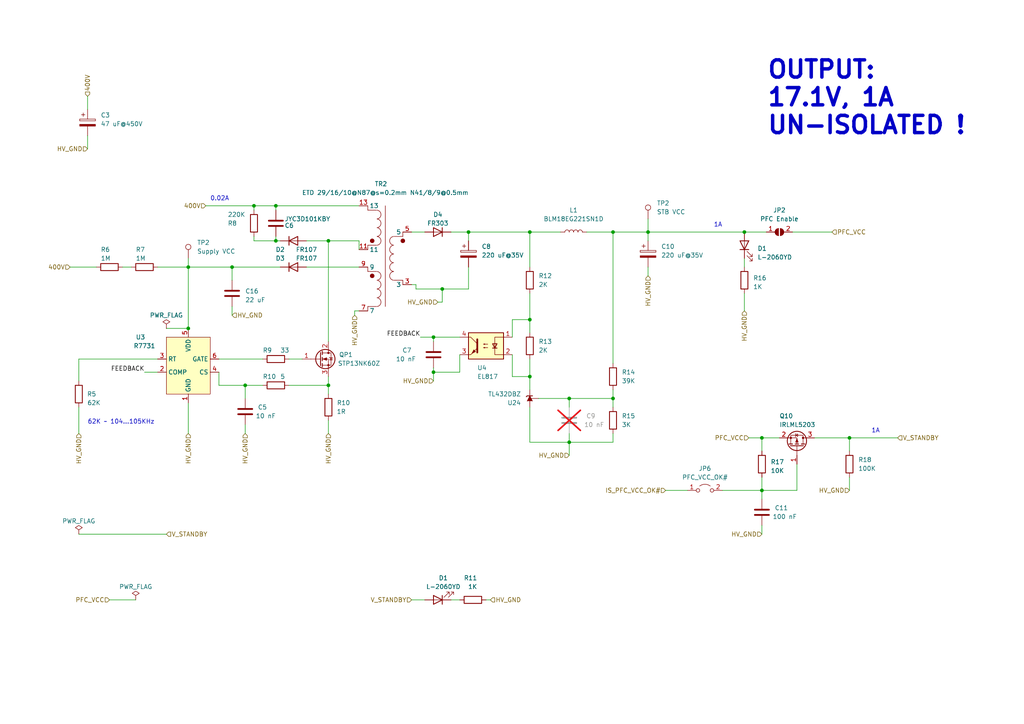
<source format=kicad_sch>
(kicad_sch (version 20231120) (generator "eeschema") (generator_version "8.0")
  (paper "A4")
  (lib_symbols
    (symbol "Connector:TestPoint" (pin_numbers hide) (pin_names (offset 0.762) hide)
      (property "Reference" "TP" (at 0 6.858 0))
      (property "Value" "TestPoint" (at 0 5.08 0))
      (symbol "TestPoint_0_1"
        (circle (center 0 3.302) (radius 0.762))
      )
      (symbol "TestPoint_1_1"
        (pin passive line (at 0 0 90) (length 2.54) (name "1") (number "1"))
      )
    )
    (symbol "Device:C" (pin_numbers hide) (pin_names (offset 0.254))
      (property "Reference" "C" (at 0.635 2.54 0))
      (property "Value" "C" (at 0.635 -2.54 0))
      (symbol "C_0_1"
        (polyline (pts (xy -2.032 -0.762) (xy 2.032 -0.762)) (stroke (width 0.508)))
        (polyline (pts (xy -2.032 0.762) (xy 2.032 0.762)) (stroke (width 0.508)))
      )
      (symbol "C_1_1"
        (pin passive line (at 0 3.81 270) (length 2.794) (name "~") (number "1"))
        (pin passive line (at 0 -3.81 90) (length 2.794) (name "~") (number "2"))
      )
    )
    (symbol "Device:C_Polarized" (pin_numbers hide) (pin_names (offset 0.254))
      (property "Reference" "C" (at 0.635 2.54 0))
      (property "Value" "C_Polarized" (at 0.635 -2.54 0))
      (symbol "C_Polarized_0_1"
        (rectangle (start -2.286 0.508) (end 2.286 1.016))
        (polyline (pts (xy -1.778 2.286) (xy -0.762 2.286)))
        (polyline (pts (xy -1.27 2.794) (xy -1.27 1.778)))
        (rectangle (start 2.286 -0.508) (end -2.286 -1.016) (fill (type outline)))
      )
      (symbol "C_Polarized_1_1"
        (pin passive line (at 0 3.81 270) (length 2.794) (name "~") (number "1"))
        (pin passive line (at 0 -3.81 90) (length 2.794) (name "~") (number "2"))
      )
    )
    (symbol "Device:D" (pin_numbers hide) (pin_names (offset 1.016) hide)
      (property "Reference" "D" (at 0 2.54 0))
      (property "Value" "D" (at 0 -2.54 0))
      (symbol "D_0_1"
        (polyline (pts (xy -1.27 1.27) (xy -1.27 -1.27)) (stroke (width 0.254)))
        (polyline (pts (xy 1.27 0) (xy -1.27 0)))
        (polyline (pts (xy 1.27 1.27) (xy 1.27 -1.27) (xy -1.27 0) (xy 1.27 1.27)) (stroke (width 0.254)))
      )
      (symbol "D_1_1"
        (pin passive line (at -3.81 0 0) (length 2.54) (name "K") (number "1"))
        (pin passive line (at 3.81 0 180) (length 2.54) (name "A") (number "2"))
      )
    )
    (symbol "Device:L" (pin_numbers hide) (pin_names (offset 1.016) hide)
      (property "Reference" "L" (at -1.27 0 90))
      (property "Value" "L" (at 1.905 0 90))
      (symbol "L_0_1"
        (arc (start 0 -2.54) (mid 0.6323 -1.905) (end 0 -1.27))
        (arc (start 0 -1.27) (mid 0.6323 -0.635) (end 0 0))
        (arc (start 0 0) (mid 0.6323 0.635) (end 0 1.27))
        (arc (start 0 1.27) (mid 0.6323 1.905) (end 0 2.54))
      )
      (symbol "L_1_1"
        (pin passive line (at 0 3.81 270) (length 1.27) (name "1") (number "1"))
        (pin passive line (at 0 -3.81 90) (length 1.27) (name "2") (number "2"))
      )
    )
    (symbol "Device:LED" (pin_numbers hide) (pin_names (offset 1.016) hide)
      (property "Reference" "D" (at 0 2.54 0))
      (property "Value" "LED" (at 0 -2.54 0))
      (symbol "LED_0_1"
        (polyline (pts (xy -1.27 -1.27) (xy -1.27 1.27)) (stroke (width 0.254)))
        (polyline (pts (xy -1.27 0) (xy 1.27 0)))
        (polyline (pts (xy 1.27 -1.27) (xy 1.27 1.27) (xy -1.27 0) (xy 1.27 -1.27)) (stroke (width 0.254)))
        (polyline (pts (xy -3.048 -0.762) (xy -4.572 -2.286) (xy -3.81 -2.286) (xy -4.572 -2.286) (xy -4.572 -1.524)))
        (polyline (pts (xy -1.778 -0.762) (xy -3.302 -2.286) (xy -2.54 -2.286) (xy -3.302 -2.286) (xy -3.302 -1.524)))
      )
      (symbol "LED_1_1"
        (pin passive line (at -3.81 0 0) (length 2.54) (name "K") (number "1"))
        (pin passive line (at 3.81 0 180) (length 2.54) (name "A") (number "2"))
      )
    )
    (symbol "Device:Q_NMOS_GDS" (pin_names (offset 0) hide)
      (property "Reference" "Q" (at 5.08 1.27 0))
      (property "Value" "Q_NMOS_GDS" (at 5.08 -1.27 0))
      (symbol "Q_NMOS_GDS_0_1"
        (polyline (pts (xy 0.254 0) (xy -2.54 0)))
        (polyline (pts (xy 0.254 1.905) (xy 0.254 -1.905)) (stroke (width 0.254)))
        (polyline (pts (xy 0.762 -1.27) (xy 0.762 -2.286)) (stroke (width 0.254)))
        (polyline (pts (xy 0.762 0.508) (xy 0.762 -0.508)) (stroke (width 0.254)))
        (polyline (pts (xy 0.762 2.286) (xy 0.762 1.27)) (stroke (width 0.254)))
        (polyline (pts (xy 2.54 2.54) (xy 2.54 1.778)))
        (polyline (pts (xy 2.54 -2.54) (xy 2.54 0) (xy 0.762 0)))
        (polyline (pts (xy 0.762 -1.778) (xy 3.302 -1.778) (xy 3.302 1.778) (xy 0.762 1.778)))
        (polyline (pts (xy 1.016 0) (xy 2.032 0.381) (xy 2.032 -0.381) (xy 1.016 0)) (fill (type outline)))
        (polyline (pts (xy 2.794 0.508) (xy 2.921 0.381) (xy 3.683 0.381) (xy 3.81 0.254)))
        (polyline (pts (xy 3.302 0.381) (xy 2.921 -0.254) (xy 3.683 -0.254) (xy 3.302 0.381)))
        (circle (center 1.651 0) (radius 2.794) (stroke (width 0.254)))
        (circle (center 2.54 -1.778) (radius 0.254) (fill (type outline)))
        (circle (center 2.54 1.778) (radius 0.254) (fill (type outline)))
      )
      (symbol "Q_NMOS_GDS_1_1"
        (pin input line (at -5.08 0 0) (length 2.54) (name "G") (number "1"))
        (pin passive line (at 2.54 5.08 270) (length 2.54) (name "D") (number "2"))
        (pin passive line (at 2.54 -5.08 90) (length 2.54) (name "S") (number "3"))
      )
    )
    (symbol "Device:R" (pin_numbers hide) (pin_names (offset 0))
      (property "Reference" "R" (at 2.032 0 90))
      (property "Value" "R" (at 0 0 90))
      (symbol "R_0_1"
        (rectangle (start -1.016 -2.54) (end 1.016 2.54) (stroke (width 0.254)))
      )
      (symbol "R_1_1"
        (pin passive line (at 0 3.81 270) (length 1.27) (name "~") (number "1"))
        (pin passive line (at 0 -3.81 90) (length 1.27) (name "~") (number "2"))
      )
    )
    (symbol "Isolator:EL817" (pin_names (offset 1.016))
      (property "Reference" "U" (at -5.08 5.08 0))
      (property "Value" "EL817" (at 0 5.08 0))
      (symbol "EL817_0_1"
        (rectangle (start -5.08 3.81) (end 5.08 -3.81) (stroke (width 0.254)) (fill (type background)))
        (polyline (pts (xy -3.175 -0.635) (xy -1.905 -0.635)) (stroke (width 0.254)))
        (polyline (pts (xy 2.54 0.635) (xy 4.445 2.54)))
        (polyline (pts (xy 4.445 -2.54) (xy 2.54 -0.635)) (fill (type outline)))
        (polyline (pts (xy 4.445 -2.54) (xy 5.08 -2.54)))
        (polyline (pts (xy 4.445 2.54) (xy 5.08 2.54)))
        (polyline (pts (xy -5.08 2.54) (xy -2.54 2.54) (xy -2.54 -0.635)))
        (polyline (pts (xy -2.54 -0.635) (xy -2.54 -2.54) (xy -5.08 -2.54)))
        (polyline (pts (xy 2.54 1.905) (xy 2.54 -1.905) (xy 2.54 -1.905)) (stroke (width 0.508)))
        (polyline (pts (xy -2.54 -0.635) (xy -3.175 0.635) (xy -1.905 0.635) (xy -2.54 -0.635)) (stroke (width 0.254)))
        (polyline (pts (xy -0.508 -0.508) (xy 0.762 -0.508) (xy 0.381 -0.635) (xy 0.381 -0.381) (xy 0.762 -0.508)))
        (polyline (pts (xy -0.508 0.508) (xy 0.762 0.508) (xy 0.381 0.381) (xy 0.381 0.635) (xy 0.762 0.508)))
        (polyline (pts (xy 3.048 -1.651) (xy 3.556 -1.143) (xy 4.064 -2.159) (xy 3.048 -1.651) (xy 3.048 -1.651)) (fill (type outline)))
      )
      (symbol "EL817_1_1"
        (pin passive line (at -7.62 2.54 0) (length 2.54) (name "~") (number "1"))
        (pin passive line (at -7.62 -2.54 0) (length 2.54) (name "~") (number "2"))
        (pin passive line (at 7.62 -2.54 180) (length 2.54) (name "~") (number "3"))
        (pin passive line (at 7.62 2.54 180) (length 2.54) (name "~") (number "4"))
      )
    )
    (symbol "Jumper:Jumper_2_Open" (pin_names (offset 0) hide)
      (property "Reference" "JP" (at 0 2.794 0))
      (property "Value" "Jumper_2_Open" (at 0 -2.286 0))
      (symbol "Jumper_2_Open_0_0"
        (circle (center -2.032 0) (radius 0.508))
        (circle (center 2.032 0) (radius 0.508))
      )
      (symbol "Jumper_2_Open_0_1"
        (arc (start 1.524 1.27) (mid 0 1.778) (end -1.524 1.27))
      )
      (symbol "Jumper_2_Open_1_1"
        (pin passive line (at -5.08 0 0) (length 2.54) (name "A") (number "1"))
        (pin passive line (at 5.08 0 180) (length 2.54) (name "B") (number "2"))
      )
    )
    (symbol "Jumper:SolderJumper_2_Open" (pin_names (offset 0) hide)
      (property "Reference" "JP" (at 0 2.032 0))
      (property "Value" "SolderJumper_2_Open" (at 0 -2.54 0))
      (symbol "SolderJumper_2_Open_0_1"
        (arc (start -0.254 1.016) (mid -1.2656 0) (end -0.254 -1.016))
        (arc (start -0.254 1.016) (mid -1.2656 0) (end -0.254 -1.016) (fill (type outline)))
        (polyline (pts (xy -0.254 1.016) (xy -0.254 -1.016)))
        (polyline (pts (xy 0.254 1.016) (xy 0.254 -1.016)))
        (arc (start 0.254 -1.016) (mid 1.2656 0) (end 0.254 1.016))
        (arc (start 0.254 -1.016) (mid 1.2656 0) (end 0.254 1.016) (fill (type outline)))
      )
      (symbol "SolderJumper_2_Open_1_1"
        (pin passive line (at -3.81 0 0) (length 2.54) (name "A") (number "1"))
        (pin passive line (at 3.81 0 180) (length 2.54) (name "B") (number "2"))
      )
    )
    (symbol "My_Library:R7731"
      (property "Reference" "U" (at 0 0 0))
      (symbol "R7731_1_1"
        (rectangle (start -6.35 6.35) (end 6.35 -10.16) (fill (type background)))
        (pin power_in line (at 0 -12.7 90) (length 2.54) (name "GND") (number "1"))
        (pin bidirectional line (at -8.89 -3.81 0) (length 2.54) (name "COMP") (number "2"))
        (pin bidirectional line (at -8.89 0 0) (length 2.54) (name "RT") (number "3"))
        (pin bidirectional line (at 8.89 -3.81 180) (length 2.54) (name "CS") (number "4"))
        (pin power_in line (at 0 8.89 270) (length 2.54) (name "VDD") (number "5"))
        (pin output line (at 8.89 0 180) (length 2.54) (name "GATE") (number "6"))
      )
    )
    (symbol "My_Library:TR_3x1-7+7"
      (property "Reference" "TR" (at 10.16 -13.716 0))
      (symbol "TR_3x1-7+7_0_1"
        (arc (start -2.3795 -13.97) (mid -1.2599 -12.7) (end -2.3795 -11.43))
        (arc (start -2.3795 -11.43) (mid -1.2599 -10.16) (end -2.3795 -8.89))
        (arc (start -2.3795 -8.89) (mid -1.2599 -7.62) (end -2.3795 -6.35))
        (arc (start -2.3795 -6.35) (mid -1.2599 -5.08) (end -2.3795 -3.81))
        (arc (start -2.3795 3.81) (mid -1.2599 5.08) (end -2.3795 6.35))
        (arc (start -2.3795 6.35) (mid -1.2599 7.62) (end -2.3795 8.89))
        (arc (start -2.3795 8.89) (mid -1.2599 10.16) (end -2.3795 11.43))
        (arc (start -2.3795 11.43) (mid -1.2599 12.7) (end -2.3795 13.97))
        (polyline (pts (xy -5.08 -15.24) (xy -5.08 -13.97)))
        (polyline (pts (xy -5.08 -13.97) (xy -2.54 -13.97)))
        (polyline (pts (xy -5.08 -3.81) (xy -5.08 -2.54)))
        (polyline (pts (xy -5.08 -3.81) (xy -2.54 -3.81)))
        (polyline (pts (xy -5.08 2.54) (xy -5.08 3.81)))
        (polyline (pts (xy -5.08 3.81) (xy -2.54 3.81)))
        (polyline (pts (xy -5.08 13.97) (xy -5.08 15.24)))
        (polyline (pts (xy -5.08 13.97) (xy -2.54 13.97)))
        (polyline (pts (xy 0 15.24) (xy 0 -13.97)))
        (polyline (pts (xy 5.08 -7.62) (xy 5.08 -6.35)))
        (polyline (pts (xy 5.08 -6.35) (xy 2.54 -6.35)))
        (polyline (pts (xy 5.08 6.35) (xy 2.54 6.35)))
        (polyline (pts (xy 5.08 6.35) (xy 5.08 7.62)))
        (arc (start 2.3795 -3.81) (mid 1.2599 -5.08) (end 2.3795 -6.35))
        (arc (start 2.3795 -1.27) (mid 1.2599 -2.54) (end 2.3795 -3.81))
        (arc (start 2.3795 1.27) (mid 1.2599 0) (end 2.3795 -1.27))
        (arc (start 2.3795 3.81) (mid 1.2599 2.54) (end 2.3795 1.27))
        (arc (start 2.3795 6.35) (mid 1.2599 5.08) (end 2.3795 3.81))
      )
      (symbol "TR_3x1-7+7_1_1"
        (circle (center -3.81 -5.08) (radius 0.568) (fill (type outline)))
        (circle (center -3.81 5.08) (radius 0.568) (fill (type outline)))
        (circle (center 5.08 5.08) (radius 0.568) (fill (type outline)))
        (pin bidirectional line (at -7.62 2.54 0) (length 2.54) (name "11") (number "11"))
        (pin bidirectional line (at -7.62 15.24 0) (length 2.54) (name "13") (number "13"))
        (pin bidirectional line (at 7.62 -7.62 180) (length 2.54) (name "3") (number "3"))
        (pin bidirectional line (at 7.62 7.62 180) (length 2.54) (name "5") (number "5"))
        (pin bidirectional line (at -7.62 -15.24 0) (length 2.54) (name "7") (number "7"))
        (pin bidirectional line (at -7.62 -2.54 0) (length 2.54) (name "9") (number "9"))
      )
    )
    (symbol "Reference_Voltage:TL432DBZ" (pin_numbers hide) (pin_names hide)
      (property "Reference" "U" (at -2.54 2.54 0))
      (property "Value" "TL432DBZ" (at 0 -2.54 0))
      (symbol "TL432DBZ_0_1"
        (polyline (pts (xy -1.27 0) (xy 0 0) (xy 1.27 0)))
        (polyline (pts (xy -0.762 0.762) (xy 0.762 0) (xy -0.762 -0.762)) (fill (type outline)))
        (polyline (pts (xy 0.508 -1.016) (xy 0.762 -0.762) (xy 0.762 0.762) (xy 0.762 0.762)) (stroke (width 0.254)))
      )
      (symbol "TL432DBZ_1_1"
        (pin passive line (at 0 2.54 270) (length 2.54) (name "REF") (number "1"))
        (pin passive line (at 2.54 0 180) (length 1.27) (name "K") (number "2"))
        (pin passive line (at -2.54 0 0) (length 1.27) (name "A") (number "3"))
      )
    )
    (symbol "Transistor_FET:IRLML5203" (pin_names hide)
      (property "Reference" "Q" (at 5.08 1.905 0))
      (property "Value" "IRLML5203" (at 5.08 0 0))
      (symbol "IRLML5203_0_1"
        (polyline (pts (xy 0.254 0) (xy -2.54 0)))
        (polyline (pts (xy 0.254 1.905) (xy 0.254 -1.905)) (stroke (width 0.254)))
        (polyline (pts (xy 0.762 -1.27) (xy 0.762 -2.286)) (stroke (width 0.254)))
        (polyline (pts (xy 0.762 0.508) (xy 0.762 -0.508)) (stroke (width 0.254)))
        (polyline (pts (xy 0.762 2.286) (xy 0.762 1.27)) (stroke (width 0.254)))
        (polyline (pts (xy 2.54 2.54) (xy 2.54 1.778)))
        (polyline (pts (xy 2.54 -2.54) (xy 2.54 0) (xy 0.762 0)))
        (polyline (pts (xy 0.762 1.778) (xy 3.302 1.778) (xy 3.302 -1.778) (xy 0.762 -1.778)))
        (polyline (pts (xy 2.286 0) (xy 1.27 0.381) (xy 1.27 -0.381) (xy 2.286 0)) (fill (type outline)))
        (polyline (pts (xy 2.794 -0.508) (xy 2.921 -0.381) (xy 3.683 -0.381) (xy 3.81 -0.254)))
        (polyline (pts (xy 3.302 -0.381) (xy 2.921 0.254) (xy 3.683 0.254) (xy 3.302 -0.381)))
        (circle (center 1.651 0) (radius 2.794) (stroke (width 0.254)))
        (circle (center 2.54 -1.778) (radius 0.254) (fill (type outline)))
        (circle (center 2.54 1.778) (radius 0.254) (fill (type outline)))
      )
      (symbol "IRLML5203_1_1"
        (pin input line (at -5.08 0 0) (length 2.54) (name "G") (number "1"))
        (pin passive line (at 2.54 -5.08 90) (length 2.54) (name "S") (number "2"))
        (pin passive line (at 2.54 5.08 270) (length 2.54) (name "D") (number "3"))
      )
    )
    (symbol "power:PWR_FLAG" (power) (pin_numbers hide) (pin_names (offset 0) hide)
      (property "Value" "PWR_FLAG" (at 0 3.81 0))
      (symbol "PWR_FLAG_0_0"
        (pin power_out line (at 0 0 90) (length 0) (name "pwr") (number "1"))
      )
      (symbol "PWR_FLAG_0_1"
        (polyline (pts (xy 0 0) (xy 0 1.27) (xy -1.016 1.905) (xy 0 2.54) (xy 1.016 1.905) (xy 0 1.27)))
      )
    )
  )
  (junction (at 125.73 97.79))
  (junction (at 71.12 111.76))
  (junction (at 67.31 77.47))
  (junction (at 220.98 127))
  (junction (at 153.67 109.22))
  (junction (at 153.67 92.71))
  (junction (at 95.25 111.76))
  (junction (at 54.61 95.25))
  (junction (at 95.25 69.85))
  (junction (at 125.73 107.95))
  (junction (at 246.38 127))
  (junction (at 177.8 67.31))
  (junction (at 128.27 83.82))
  (junction (at 80.01 69.85))
  (junction (at 215.9 67.31))
  (junction (at 165.1 128.27))
  (junction (at 187.96 67.31))
  (junction (at 220.98 142.24))
  (junction (at 165.1 115.57))
  (junction (at 177.8 115.57))
  (junction (at 80.01 59.69))
  (junction (at 73.66 59.69))
  (junction (at 54.61 77.47))
  (junction (at 153.67 67.31))
  (junction (at 135.89 67.31))
  (wire (pts (xy 231.14 142.24) (xy 231.14 134.62)))
  (wire (pts (xy 63.5 111.76) (xy 71.12 111.76)))
  (wire (pts (xy 165.1 115.57) (xy 165.1 118.11)))
  (wire (pts (xy 80.01 68.58) (xy 80.01 69.85)))
  (wire (pts (xy 246.38 127) (xy 260.35 127)))
  (wire (pts (xy 125.73 107.95) (xy 133.35 107.95)))
  (wire (pts (xy 177.8 128.27) (xy 177.8 125.73)))
  (wire (pts (xy 220.98 152.4) (xy 220.98 154.94)))
  (wire (pts (xy 104.14 69.85) (xy 95.25 69.85)))
  (wire (pts (xy 71.12 111.76) (xy 71.12 115.57)))
  (wire (pts (xy 95.25 109.22) (xy 95.25 111.76)))
  (wire (pts (xy 22.86 118.11) (xy 22.86 125.73)))
  (wire (pts (xy 193.04 142.24) (xy 199.39 142.24)))
  (wire (pts (xy 80.01 69.85) (xy 73.66 69.85)))
  (wire (pts (xy 102.87 90.17) (xy 104.14 90.17)))
  (wire (pts (xy 236.22 127) (xy 246.38 127)))
  (wire (pts (xy 125.73 99.06) (xy 125.73 97.79)))
  (wire (pts (xy 156.21 115.57) (xy 165.1 115.57)))
  (wire (pts (xy 119.38 67.31) (xy 123.19 67.31)))
  (wire (pts (xy 177.8 115.57) (xy 177.8 118.11)))
  (wire (pts (xy 119.38 82.55) (xy 120.65 82.55)))
  (wire (pts (xy 63.5 107.95) (xy 63.5 111.76)))
  (wire (pts (xy 153.67 109.22) (xy 153.67 113.03)))
  (wire (pts (xy 102.87 90.17) (xy 102.87 91.44)))
  (wire (pts (xy 25.4 39.37) (xy 25.4 43.18)))
  (wire (pts (xy 128.27 87.63) (xy 128.27 83.82)))
  (wire (pts (xy 54.61 116.84) (xy 54.61 125.73)))
  (wire (pts (xy 73.66 59.69) (xy 80.01 59.69)))
  (wire (pts (xy 148.59 92.71) (xy 153.67 92.71)))
  (wire (pts (xy 153.67 85.09) (xy 153.67 92.71)))
  (wire (pts (xy 22.86 154.94) (xy 48.26 154.94)))
  (wire (pts (xy 71.12 111.76) (xy 76.2 111.76)))
  (wire (pts (xy 81.28 69.85) (xy 80.01 69.85)))
  (wire (pts (xy 246.38 138.43) (xy 246.38 142.24)))
  (wire (pts (xy 67.31 77.47) (xy 67.31 81.28)))
  (wire (pts (xy 148.59 92.71) (xy 148.59 97.79)))
  (wire (pts (xy 83.82 104.14) (xy 87.63 104.14)))
  (wire (pts (xy 104.14 72.39) (xy 104.14 69.85)))
  (wire (pts (xy 22.86 110.49) (xy 22.86 104.14)))
  (wire (pts (xy 120.65 82.55) (xy 120.65 83.82)))
  (wire (pts (xy 215.9 85.09) (xy 215.9 90.17)))
  (wire (pts (xy 83.82 111.76) (xy 95.25 111.76)))
  (wire (pts (xy 67.31 77.47) (xy 81.28 77.47)))
  (wire (pts (xy 187.96 77.47) (xy 187.96 80.01)))
  (wire (pts (xy 54.61 74.93) (xy 54.61 77.47)))
  (wire (pts (xy 127 87.63) (xy 128.27 87.63)))
  (wire (pts (xy 153.67 128.27) (xy 165.1 128.27)))
  (wire (pts (xy 54.61 77.47) (xy 54.61 95.25)))
  (wire (pts (xy 80.01 60.96) (xy 80.01 59.69)))
  (wire (pts (xy 177.8 67.31) (xy 187.96 67.31)))
  (wire (pts (xy 140.97 173.99) (xy 142.24 173.99)))
  (wire (pts (xy 153.67 67.31) (xy 153.67 77.47)))
  (wire (pts (xy 220.98 127) (xy 220.98 130.81)))
  (wire (pts (xy 187.96 67.31) (xy 215.9 67.31)))
  (wire (pts (xy 135.89 67.31) (xy 135.89 69.85)))
  (wire (pts (xy 215.9 74.93) (xy 215.9 77.47)))
  (wire (pts (xy 220.98 142.24) (xy 231.14 142.24)))
  (wire (pts (xy 229.87 67.31) (xy 241.3 67.31)))
  (wire (pts (xy 135.89 77.47) (xy 135.89 83.82)))
  (wire (pts (xy 45.72 77.47) (xy 54.61 77.47)))
  (wire (pts (xy 187.96 63.5) (xy 187.96 67.31)))
  (wire (pts (xy 177.8 113.03) (xy 177.8 115.57)))
  (wire (pts (xy 35.56 77.47) (xy 38.1 77.47)))
  (wire (pts (xy 177.8 67.31) (xy 177.8 105.41)))
  (wire (pts (xy 119.38 173.99) (xy 123.19 173.99)))
  (wire (pts (xy 187.96 69.85) (xy 187.96 67.31)))
  (wire (pts (xy 41.91 107.95) (xy 45.72 107.95)))
  (wire (pts (xy 246.38 127) (xy 246.38 130.81)))
  (wire (pts (xy 71.12 123.19) (xy 71.12 125.73)))
  (wire (pts (xy 128.27 83.82) (xy 135.89 83.82)))
  (wire (pts (xy 153.67 92.71) (xy 153.67 96.52)))
  (wire (pts (xy 95.25 121.92) (xy 95.25 125.73)))
  (wire (pts (xy 25.4 27.94) (xy 25.4 31.75)))
  (wire (pts (xy 153.67 104.14) (xy 153.67 109.22)))
  (wire (pts (xy 220.98 142.24) (xy 220.98 144.78)))
  (wire (pts (xy 165.1 115.57) (xy 177.8 115.57)))
  (wire (pts (xy 31.75 173.99) (xy 39.37 173.99)))
  (wire (pts (xy 153.67 128.27) (xy 153.67 118.11)))
  (wire (pts (xy 59.69 59.69) (xy 73.66 59.69)))
  (wire (pts (xy 130.81 67.31) (xy 135.89 67.31)))
  (wire (pts (xy 88.9 77.47) (xy 104.14 77.47)))
  (wire (pts (xy 165.1 128.27) (xy 177.8 128.27)))
  (wire (pts (xy 215.9 67.31) (xy 222.25 67.31)))
  (wire (pts (xy 67.31 88.9) (xy 67.31 91.44)))
  (wire (pts (xy 120.65 83.82) (xy 128.27 83.82)))
  (wire (pts (xy 22.86 104.14) (xy 45.72 104.14)))
  (wire (pts (xy 73.66 69.85) (xy 73.66 68.58)))
  (wire (pts (xy 135.89 67.31) (xy 153.67 67.31)))
  (wire (pts (xy 88.9 69.85) (xy 95.25 69.85)))
  (wire (pts (xy 130.81 173.99) (xy 133.35 173.99)))
  (wire (pts (xy 125.73 97.79) (xy 133.35 97.79)))
  (wire (pts (xy 63.5 104.14) (xy 76.2 104.14)))
  (wire (pts (xy 133.35 102.87) (xy 133.35 107.95)))
  (wire (pts (xy 165.1 128.27) (xy 165.1 132.08)))
  (wire (pts (xy 54.61 77.47) (xy 67.31 77.47)))
  (wire (pts (xy 73.66 60.96) (xy 73.66 59.69)))
  (wire (pts (xy 209.55 142.24) (xy 220.98 142.24)))
  (wire (pts (xy 20.32 77.47) (xy 27.94 77.47)))
  (wire (pts (xy 121.92 97.79) (xy 125.73 97.79)))
  (wire (pts (xy 153.67 67.31) (xy 162.56 67.31)))
  (wire (pts (xy 220.98 138.43) (xy 220.98 142.24)))
  (wire (pts (xy 148.59 109.22) (xy 148.59 102.87)))
  (wire (pts (xy 217.17 127) (xy 220.98 127)))
  (wire (pts (xy 125.73 110.49) (xy 125.73 107.95)))
  (wire (pts (xy 95.25 69.85) (xy 95.25 99.06)))
  (wire (pts (xy 125.73 106.68) (xy 125.73 107.95)))
  (wire (pts (xy 48.26 95.25) (xy 54.61 95.25)))
  (wire (pts (xy 80.01 59.69) (xy 104.14 59.69)))
  (wire (pts (xy 170.18 67.31) (xy 177.8 67.31)))
  (wire (pts (xy 165.1 125.73) (xy 165.1 128.27)))
  (wire (pts (xy 220.98 127) (xy 226.06 127)))
  (wire (pts (xy 148.59 109.22) (xy 153.67 109.22)))
  (wire (pts (xy 95.25 111.76) (xy 95.25 114.3)))
  (text "1A" (at 252.73 125.73 0) (effects (font (size 1.27 1.27)) (justify left bottom)))
  (text "OUTPUT:\n17.1V, 1A\nUN-ISOLATED !" (at 222.25 39.37 0) (effects (font (size 5 5) (thickness 1) (bold yes)) (justify left bottom)))
  (text "1A" (at 207.01 66.04 0) (effects (font (size 1.27 1.27)) (justify left bottom)))
  (text "62K ~ 104...105KHz" (at 25.4 123.19 0) (effects (font (size 1.27 1.27)) (justify left bottom)))
  (text "0.02A" (at 60.96 58.42 0) (effects (font (size 1.27 1.27)) (justify left bottom)))
  (label "FEEDBACK" (at 41.91 107.95 180))
  (label "FEEDBACK" (at 121.92 97.79 180))
  (hierarchical_label "HV_GND" (shape input) (at 54.61 125.73 270))
  (hierarchical_label "HV_GND" (shape input) (at 125.73 110.49 180))
  (hierarchical_label "HV_GND" (shape input) (at 220.98 154.94 180))
  (hierarchical_label "HV_GND" (shape input) (at 187.96 80.01 270))
  (hierarchical_label "400V" (shape input) (at 20.32 77.47 180))
  (hierarchical_label "HV_GND" (shape input) (at 142.24 173.99 0))
  (hierarchical_label "V_STANDBY" (shape input) (at 48.26 154.94 0))
  (hierarchical_label "HV_GND" (shape input) (at 71.12 125.73 270))
  (hierarchical_label "HV_GND" (shape input) (at 95.25 125.73 270))
  (hierarchical_label "HV_GND" (shape input) (at 215.9 90.17 270))
  (hierarchical_label "HV_GND" (shape input) (at 67.31 91.44 0))
  (hierarchical_label "HV_GND" (shape input) (at 25.4 43.18 180))
  (hierarchical_label "IS_PFC_VCC_OK#" (shape input) (at 193.04 142.24 180))
  (hierarchical_label "HV_GND" (shape input) (at 127 87.63 180))
  (hierarchical_label "HV_GND" (shape input) (at 165.1 132.08 180))
  (hierarchical_label "400V" (shape input) (at 25.4 27.94 90))
  (hierarchical_label "V_STANDBY" (shape input) (at 119.38 173.99 180))
  (hierarchical_label "400V" (shape input) (at 59.69 59.69 180))
  (hierarchical_label "HV_GND" (shape input) (at 22.86 125.73 270))
  (hierarchical_label "PFC_VCC" (shape input) (at 31.75 173.99 180))
  (hierarchical_label "HV_GND" (shape input) (at 102.87 91.44 270))
  (hierarchical_label "HV_GND" (shape input) (at 246.38 142.24 180))
  (hierarchical_label "V_STANDBY" (shape input) (at 260.35 127 0))
  (hierarchical_label "PFC_VCC" (shape input) (at 217.17 127 180))
  (hierarchical_label "PFC_VCC" (shape input) (at 241.3 67.31 0))
  (symbol (lib_id "Device:D") (at 85.09 77.47 0) (unit 1)
    (property "Reference" "D3" (at 81.28 74.93 0))
    (property "Value" "FR107" (at 88.9 74.93 0))
    (property "Footprint" "Diode_THT:D_DO-41_SOD81_P7.62mm_Horizontal" (effects (hide yes)))
    (property "Sim.Device" "D" (effects (hide yes)))
    (property "Sim.Pins" "1=K 2=A" (effects (hide yes)))
  )
  (symbol (lib_id "Device:R") (at 246.38 134.62 180) (unit 1)
    (property "Reference" "R18" (at 248.92 133.35 0) (effects (justify right)))
    (property "Value" "100K" (at 248.92 135.89 0) (effects (justify right)))
    (property "Footprint" "Resistor_SMD:R_0805_2012Metric" (effects (hide yes)))
  )
  (symbol (lib_id "Device:C") (at 165.1 121.92 180) (unit 1) (dnp yes)
    (property "Reference" "C9" (at 172.72 120.65 0) (effects (justify left)))
    (property "Value" "10 nF" (at 175.26 123.19 0) (effects (justify left)))
    (property "Footprint" "Capacitor_SMD:C_0603_1608Metric" (effects (hide yes)))
  )
  (symbol (lib_id "Device:C_Polarized") (at 25.4 35.56 0) (unit 1)
    (property "Reference" "C3" (at 29.21 33.401 0) (effects (justify left)))
    (property "Value" "47 uF@450V" (at 29.21 35.941 0) (effects (justify left)))
    (property "Footprint" "Capacitor_THT:CP_Radial_D16.0mm_P7.50mm" (effects (hide yes)))
  )
  (symbol (lib_id "power:PWR_FLAG") (at 48.26 95.25 0) (unit 1)
    (property "Reference" "#FLG07" (effects (hide yes)))
    (property "Value" "PWR_FLAG" (at 48.26 91.44 0))
    (instances (project "supply" (path "" (reference "#FLG07") (unit 1))) (project "supply-uv" (path "" (reference "#FLG05") (unit 1))))
  )
  (symbol (lib_id "Jumper:SolderJumper_2_Open") (at 226.06 67.31 0) (unit 1)
    (property "Reference" "JP2" (at 226.06 60.96 0))
    (property "Value" "PFC Enable" (at 226.06 63.5 0))
    (property "Footprint" "Jumper:SolderJumper-2_P1.3mm_Open_TrianglePad1.0x1.5mm" (effects (hide yes)))
  )
  (symbol (lib_id "Device:R") (at 220.98 134.62 180) (unit 1)
    (property "Reference" "R17" (at 223.52 133.985 0) (effects (justify right)))
    (property "Value" "10K" (at 223.52 136.525 0) (effects (justify right)))
    (property "Footprint" "Resistor_SMD:R_0805_2012Metric" (effects (hide yes)))
  )
  (symbol (lib_id "Device:C") (at 125.73 102.87 180) (unit 1)
    (property "Reference" "C7" (at 119.38 101.6 0) (effects (justify left)))
    (property "Value" "10 nF" (at 120.65 104.14 0) (effects (justify left)))
    (property "Footprint" "Capacitor_SMD:C_0603_1608Metric" (effects (hide yes)))
  )
  (symbol (lib_id "Device:R") (at 80.01 104.14 270) (unit 1)
    (property "Reference" "R9" (at 76.2 101.6 90) (effects (justify left)))
    (property "Value" "33" (at 81.28 101.6 90) (effects (justify left)))
    (property "Footprint" "Resistor_SMD:R_0805_2012Metric" (effects (hide yes)))
  )
  (symbol (lib_id "Device:C") (at 80.01 64.77 0) (mirror x) (unit 1)
    (property "Reference" "C6" (at 82.55 65.405 0) (effects (justify left)))
    (property "Value" "JYC3D101KBY" (at 82.55 63.5 0) (effects (justify left)))
    (property "Footprint" "Capacitor_THT:C_Disc_D7.0mm_W2.5mm_P5.00mm" (effects (hide yes)))
  )
  (symbol (lib_id "Device:C") (at 67.31 85.09 180) (unit 1)
    (property "Reference" "C16" (at 71.12 84.455 0) (effects (justify right)))
    (property "Value" "22 uF" (at 71.12 86.995 0) (effects (justify right)))
    (property "Footprint" "Capacitor_SMD:C_1210_3225Metric" (effects (hide yes)))
    (instances (project "supply" (path "" (reference "C16") (unit 1))) (project "supply-uv" (path "" (reference "C4") (unit 1))))
  )
  (symbol (lib_id "Device:C_Polarized") (at 187.96 73.66 0) (unit 1)
    (property "Reference" "C10" (at 191.77 71.501 0) (effects (justify left)))
    (property "Value" "220 uF@35V" (at 191.77 74.041 0) (effects (justify left)))
    (property "Footprint" "Capacitor_THT:CP_Radial_D8.0mm_P3.50mm" (effects (hide yes)))
  )
  (symbol (lib_id "Device:R") (at 41.91 77.47 270) (unit 1)
    (property "Reference" "R7" (at 39.37 72.39 90) (effects (justify left)))
    (property "Value" "1M" (at 39.37 74.93 90) (effects (justify left)))
    (property "Footprint" "Resistor_THT:R_Axial_DIN0207_L6.3mm_D2.5mm_P7.62mm_Horizontal" (effects (hide yes)))
  )
  (symbol (lib_id "Device:D") (at 85.09 69.85 0) (mirror x) (unit 1)
    (property "Reference" "D2" (at 81.28 72.39 0))
    (property "Value" "FR107" (at 88.9 72.39 0))
    (property "Footprint" "Diode_THT:D_DO-41_SOD81_P7.62mm_Horizontal" (effects (hide yes)))
    (property "Sim.Device" "D" (effects (hide yes)))
    (property "Sim.Pins" "1=K 2=A" (effects (hide yes)))
  )
  (symbol (lib_id "Device:LED") (at 127 173.99 180) (unit 1)
    (property "Reference" "D1" (at 128.5875 167.64 0))
    (property "Value" "L-2060YD" (at 128.5875 170.18 0))
    (property "Footprint" "LED_THT:LED_D1.8mm_W3.3mm_H2.4mm" (effects (hide yes)))
    (instances (project "supply" (path "" (reference "D1") (unit 1)) (path "" (reference "D5") (unit 1))) (project "supply-uv" (path "" (reference "D5") (unit 1))))
  )
  (symbol (lib_id "Device:R") (at 153.67 100.33 180) (unit 1)
    (property "Reference" "R13" (at 156.21 99.0599 0) (effects (justify right)))
    (property "Value" "2K" (at 156.21 101.5999 0) (effects (justify right)))
    (property "Footprint" "Resistor_SMD:R_0805_2012Metric" (effects (hide yes)))
  )
  (symbol (lib_id "Device:L") (at 166.37 67.31 90) (unit 1)
    (property "Reference" "L1" (at 166.37 60.96 90))
    (property "Value" "BLM18EG221SN1D" (at 166.37 63.5 90))
    (property "Footprint" "Inductor_SMD:L_0603_1608Metric" (effects (hide yes)))
  )
  (symbol (lib_id "Device:R") (at 80.01 111.76 270) (unit 1)
    (property "Reference" "R10" (at 76.2 109.22 90) (effects (justify left)))
    (property "Value" "5" (at 81.28 109.22 90) (effects (justify left)))
    (property "Footprint" "Resistor_SMD:R_0805_2012Metric" (effects (hide yes)))
  )
  (symbol (lib_id "Connector:TestPoint") (at 187.96 63.5 0) (unit 1)
    (property "Reference" "TP2" (at 190.5 58.928 0) (effects (justify left)))
    (property "Value" "STB VCC" (at 190.5 61.468 0) (effects (justify left)))
    (property "Footprint" "TestPoint:TestPoint_Pad_2.0x2.0mm" (effects (hide yes)))
    (instances (project "supply" (path "" (reference "TP2") (unit 1))) (project "supply-uv" (path "" (reference "TP4") (unit 1))))
  )
  (symbol (lib_id "Device:R") (at 153.67 81.28 180) (unit 1)
    (property "Reference" "R12" (at 156.21 80.0099 0) (effects (justify right)))
    (property "Value" "2K" (at 156.21 82.5499 0) (effects (justify right)))
    (property "Footprint" "Resistor_SMD:R_0805_2012Metric" (effects (hide yes)))
  )
  (symbol (lib_id "Device:R") (at 95.25 118.11 180) (unit 1)
    (property "Reference" "R10" (at 101.6 116.84 0) (effects (justify left)))
    (property "Value" "1R" (at 100.33 119.38 0) (effects (justify left)))
    (property "Footprint" "Resistor_SMD:R_2512_6332Metric" (effects (hide yes)))
    (instances (project "supply" (path "" (reference "R10") (unit 1))) (project "supply-uv" (path "" (reference "R19") (unit 1))))
  )
  (symbol (lib_id "My_Library:TR_3x1-7+7") (at 111.76 74.93 0) (unit 1)
    (property "Reference" "TR2" (at 110.49 53.34 0))
    (property "Value" "ETD 29/16/10@N87@s=0.2mm N41/8/9@0.5mm" (at 111.76 55.88 0))
    (property "Footprint" "Library:ETD29_7x7_vertical" (effects (hide yes)))
  )
  (symbol (lib_id "Transistor_FET:IRLML5203") (at 231.14 129.54 270) (mirror x) (unit 1)
    (property "Reference" "Q10" (at 226.06 120.65 90) (effects (justify left)))
    (property "Value" "IRLML5203" (at 226.06 123.19 90) (effects (justify left)))
    (property "Footprint" "Package_TO_SOT_SMD:SOT-23" (effects (hide yes)))
    (property "Datasheet" "https://www.infineon.com/dgdl/irlml5203pbf.pdf?fileId=5546d462533600a40153566868da261d" (effects (hide yes)))
    (instances (project "xray" (path "" (reference "Q10") (unit 1))) (project "supply" (path "" (reference "Q10") (unit 1)) (path "" (reference "Q2") (unit 1))) (project "supply-uv" (path "" (reference "Q1") (unit 1))))
  )
  (symbol (lib_id "Device:R") (at 137.16 173.99 270) (unit 1)
    (property "Reference" "R11" (at 138.43 167.64 90) (effects (justify right)))
    (property "Value" "1K" (at 138.43 170.18 90) (effects (justify right)))
    (property "Footprint" "Resistor_SMD:R_0805_2012Metric" (effects (hide yes)))
  )
  (symbol (lib_id "Jumper:Jumper_2_Open") (at 204.47 142.24 0) (unit 1)
    (property "Reference" "JP6" (at 204.47 135.89 0))
    (property "Value" "PFC_VCC_OK#" (at 204.47 138.43 0))
    (property "Footprint" "TestPoint:TestPoint_2Pads_Pitch2.54mm_Drill0.8mm" (effects (hide yes)))
    (instances (project "supply" (path "" (reference "JP6") (unit 1)) (path "" (reference "JP7") (unit 1))) (project "supply-uv" (path "" (reference "JP1") (unit 1))))
  )
  (symbol (lib_id "Device:R") (at 177.8 109.22 180) (unit 1)
    (property "Reference" "R14" (at 180.34 107.9499 0) (effects (justify right)))
    (property "Value" "39K" (at 180.34 110.4899 0) (effects (justify right)))
    (property "Footprint" "Resistor_SMD:R_0805_2012Metric" (effects (hide yes)))
  )
  (symbol (lib_id "Connector:TestPoint") (at 54.61 74.93 0) (unit 1)
    (property "Reference" "TP2" (at 57.15 70.358 0) (effects (justify left)))
    (property "Value" "Supply VCC" (at 57.15 72.898 0) (effects (justify left)))
    (property "Footprint" "TestPoint:TestPoint_Pad_2.0x2.0mm" (effects (hide yes)))
    (instances (project "supply" (path "" (reference "TP2") (unit 1))) (project "supply-uv" (path "" (reference "TP3") (unit 1))))
  )
  (symbol (lib_id "Device:Q_NMOS_GDS") (at 92.71 104.14 0) (unit 1)
    (property "Reference" "QP1" (at 100.33 102.87 0))
    (property "Value" "STP13NK60Z" (at 104.14 105.41 0))
    (property "Footprint" "Package_TO_SOT_THT:TO-220-3_Vertical" (effects (hide yes)))
    (property "Datasheet" "https://static.chipdip.ru/lib/905/DOC012905018.pdf" (effects (hide yes)))
    (instances (project "supply" (path "" (reference "QP1") (unit 1)) (path "" (reference "Q1") (unit 1))) (project "supply-uv" (path "" (reference "QP2") (unit 1))))
  )
  (symbol (lib_id "Device:C_Polarized") (at 135.89 73.66 0) (unit 1)
    (property "Reference" "C8" (at 139.7 71.501 0) (effects (justify left)))
    (property "Value" "220 uF@35V" (at 139.7 74.041 0) (effects (justify left)))
    (property "Footprint" "Capacitor_THT:CP_Radial_D8.0mm_P3.50mm" (effects (hide yes)))
  )
  (symbol (lib_id "Device:LED") (at 215.9 71.12 90) (unit 1)
    (property "Reference" "D1" (at 219.71 72.0725 90) (effects (justify right)))
    (property "Value" "L-2060YD" (at 219.71 74.6125 90) (effects (justify right)))
    (property "Footprint" "LED_THT:LED_D1.8mm_W3.3mm_H2.4mm" (effects (hide yes)))
    (instances (project "supply" (path "" (reference "D1") (unit 1)) (path "" (reference "D6") (unit 1))) (project "supply-uv" (path "" (reference "D6") (unit 1))))
  )
  (symbol (lib_id "Device:C") (at 71.12 119.38 180) (unit 1)
    (property "Reference" "C5" (at 77.47 118.11 0) (effects (justify left)))
    (property "Value" "10 nF" (at 80.01 120.65 0) (effects (justify left)))
    (property "Footprint" "Capacitor_SMD:C_0603_1608Metric" (effects (hide yes)))
  )
  (symbol (lib_id "Isolator:EL817") (at 140.97 100.33 0) (mirror y) (unit 1)
    (property "Reference" "U4" (at 138.43 106.68 0) (effects (justify right)))
    (property "Value" "EL817" (at 138.43 109.22 0) (effects (justify right)))
    (property "Footprint" "Package_DIP:DIP-4_W7.62mm" (effects (hide yes)))
    (property "Datasheet" "http://www.everlight.com/file/ProductFile/EL817.pdf" (effects (hide yes)))
  )
  (symbol (lib_id "Device:R") (at 215.9 81.28 180) (unit 1)
    (property "Reference" "R16" (at 218.44 80.645 0) (effects (justify right)))
    (property "Value" "1K" (at 218.44 83.185 0) (effects (justify right)))
    (property "Footprint" "Resistor_SMD:R_0805_2012Metric" (effects (hide yes)))
  )
  (symbol (lib_id "power:PWR_FLAG") (at 39.37 173.99 0) (unit 1)
    (property "Reference" "#FLG06" (effects (hide yes)))
    (property "Value" "PWR_FLAG" (at 39.37 170.18 0))
    (instances (project "supply" (path "" (reference "#FLG06") (unit 1))) (project "supply-uv" (path "" (reference "#FLG04") (unit 1))))
  )
  (symbol (lib_id "Device:R") (at 31.75 77.47 270) (unit 1)
    (property "Reference" "R6" (at 29.21 72.39 90) (effects (justify left)))
    (property "Value" "1M" (at 29.21 74.93 90) (effects (justify left)))
    (property "Footprint" "Resistor_THT:R_Axial_DIN0207_L6.3mm_D2.5mm_P7.62mm_Horizontal" (effects (hide yes)))
  )
  (symbol (lib_id "Device:D") (at 127 67.31 180) (unit 1)
    (property "Reference" "D4" (at 127 62.23 0))
    (property "Value" "FR303" (at 127 64.77 0))
    (property "Footprint" "Diode_THT:D_DO-201AD_P3.81mm_Vertical_AnodeUp" (effects (hide yes)))
    (property "Sim.Device" "D" (effects (hide yes)))
    (property "Sim.Pins" "1=K 2=A" (effects (hide yes)))
  )
  (symbol (lib_id "Reference_Voltage:TL432DBZ") (at 153.67 115.57 270) (mirror x) (unit 1)
    (property "Reference" "U24" (at 151.13 116.84 90) (effects (justify right)))
    (property "Value" "TL432DBZ" (at 151.13 114.3 90) (effects (justify right)))
    (property "Footprint" "Package_TO_SOT_SMD:SOT-23-3" (effects (hide yes)))
    (property "Datasheet" "http://www.ti.com/lit/ds/symlink/tl431.pdf" (effects (hide yes)))
    (instances (project "supply" (path "" (reference "U24") (unit 1)) (path "" (reference "U5") (unit 1))) (project "supply-uv" (path "" (reference "U5") (unit 1))))
  )
  (symbol (lib_id "power:PWR_FLAG") (at 22.86 154.94 0) (unit 1)
    (property "Reference" "#FLG05" (effects (hide yes)))
    (property "Value" "PWR_FLAG" (at 22.86 151.13 0))
    (instances (project "supply" (path "" (reference "#FLG05") (unit 1))) (project "supply-uv" (path "" (reference "#FLG03") (unit 1))))
  )
  (symbol (lib_id "Device:R") (at 22.86 114.3 180) (unit 1)
    (property "Reference" "R5" (at 27.94 114.3 0) (effects (justify left)))
    (property "Value" "62K" (at 29.21 116.84 0) (effects (justify left)))
    (property "Footprint" "Resistor_SMD:R_0805_2012Metric" (effects (hide yes)))
  )
  (symbol (lib_id "Device:R") (at 177.8 121.92 180) (unit 1)
    (property "Reference" "R15" (at 180.34 120.6499 0) (effects (justify right)))
    (property "Value" "3K" (at 180.34 123.1899 0) (effects (justify right)))
    (property "Footprint" "Resistor_SMD:R_0805_2012Metric" (effects (hide yes)))
  )
  (symbol (lib_id "Device:C") (at 220.98 148.59 180) (unit 1)
    (property "Reference" "C11" (at 228.6 147.32 0) (effects (justify left)))
    (property "Value" "100 nF" (at 231.14 149.86 0) (effects (justify left)))
    (property "Footprint" "Capacitor_SMD:C_0603_1608Metric" (effects (hide yes)))
  )
  (symbol (lib_id "Device:R") (at 73.66 64.77 0) (mirror x) (unit 1)
    (property "Reference" "R8" (at 66.04 64.77 0) (effects (justify left)))
    (property "Value" "220K" (at 66.04 62.23 0) (effects (justify left)))
    (property "Footprint" "Resistor_THT:R_Axial_DIN0207_L6.3mm_D2.5mm_P7.62mm_Horizontal" (effects (hide yes)))
  )
  (symbol (lib_id "My_Library:R7731") (at 54.61 104.14 0) (unit 1)
    (property "Reference" "U3" (at 39.37 97.79 0) (effects (justify left)))
    (property "Value" "R7731" (at 41.91 100.33 0))
    (property "Footprint" "Package_TO_SOT_SMD:SOT-23-6" (effects (hide yes)))
    (property "Datasheet" "https://archive.espec.ws/files/R7731.pdf" (effects (hide yes)))
  )
)
</source>
